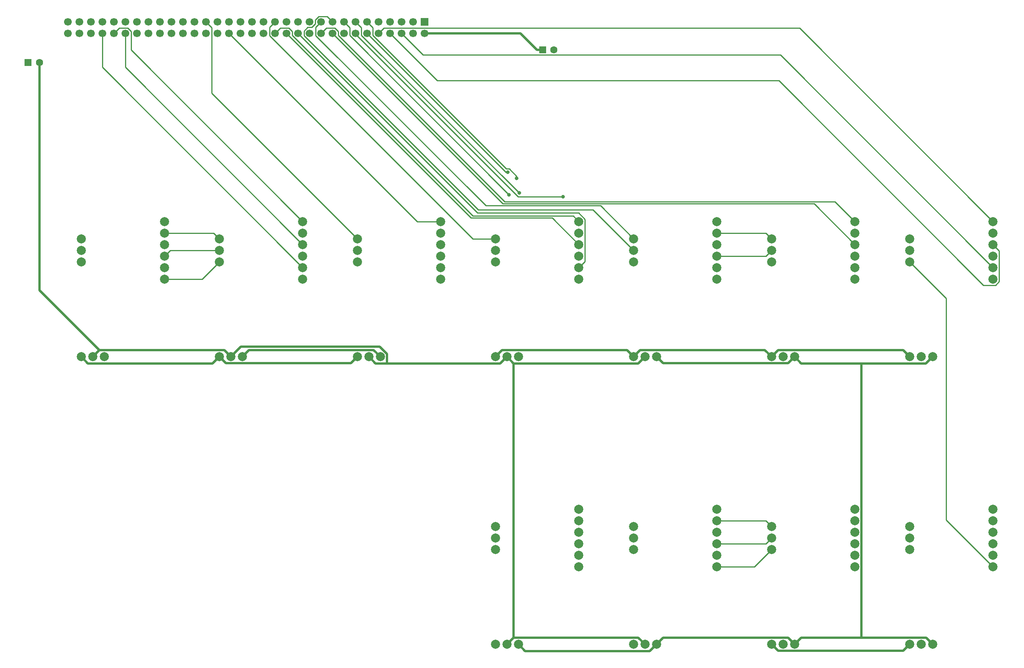
<source format=gbr>
G04 #@! TF.GenerationSoftware,KiCad,Pcbnew,(5.0.0)*
G04 #@! TF.CreationDate,2019-11-08T18:27:29+00:00*
G04 #@! TF.ProjectId,A-FS,412D46532E6B696361645F7063620000,rev?*
G04 #@! TF.SameCoordinates,Original*
G04 #@! TF.FileFunction,Copper,L1,Top,Signal*
G04 #@! TF.FilePolarity,Positive*
%FSLAX46Y46*%
G04 Gerber Fmt 4.6, Leading zero omitted, Abs format (unit mm)*
G04 Created by KiCad (PCBNEW (5.0.0)) date 11/08/19 18:27:29*
%MOMM*%
%LPD*%
G01*
G04 APERTURE LIST*
G04 #@! TA.AperFunction,ComponentPad*
%ADD10C,2.000000*%
G04 #@! TD*
G04 #@! TA.AperFunction,ComponentPad*
%ADD11C,1.600000*%
G04 #@! TD*
G04 #@! TA.AperFunction,ComponentPad*
%ADD12R,1.600000X1.600000*%
G04 #@! TD*
G04 #@! TA.AperFunction,ComponentPad*
%ADD13C,1.700000*%
G04 #@! TD*
G04 #@! TA.AperFunction,ComponentPad*
%ADD14R,1.700000X1.700000*%
G04 #@! TD*
G04 #@! TA.AperFunction,ViaPad*
%ADD15C,0.800000*%
G04 #@! TD*
G04 #@! TA.AperFunction,Conductor*
%ADD16C,0.500000*%
G04 #@! TD*
G04 #@! TA.AperFunction,Conductor*
%ADD17C,0.250000*%
G04 #@! TD*
G04 APERTURE END LIST*
D10*
G04 #@! TO.P,U8,13*
G04 #@! TO.N,Net-(U1-Pad5)*
X225425000Y-78740000D03*
G04 #@! TO.P,U8,12*
G04 #@! TO.N,Net-(U1-Pad3)*
X225425000Y-81280000D03*
G04 #@! TO.P,U8,11*
G04 #@! TO.N,Net-(U1-Pad1)*
X225425000Y-83820000D03*
G04 #@! TO.P,U8,6*
G04 #@! TO.N,IR3*
X243840000Y-74930000D03*
G04 #@! TO.P,U8,5*
G04 #@! TO.N,N/C*
X243840000Y-77470000D03*
G04 #@! TO.P,U8,4*
G04 #@! TO.N,IR2*
X243840000Y-80010000D03*
G04 #@! TO.P,U8,3*
G04 #@! TO.N,N/C*
X243840000Y-82550000D03*
G04 #@! TO.P,U8,2*
G04 #@! TO.N,IR1*
X243840000Y-85090000D03*
G04 #@! TO.P,U8,1*
G04 #@! TO.N,N/C*
X243840000Y-87630000D03*
G04 #@! TO.P,U8,23*
G04 #@! TO.N,Neg6v*
X230505000Y-104775000D03*
G04 #@! TO.P,U8,22*
G04 #@! TO.N,GND*
X227965000Y-104775000D03*
G04 #@! TO.P,U8,21*
G04 #@! TO.N,6v*
X225425000Y-104775000D03*
G04 #@! TD*
G04 #@! TO.P,U1,13*
G04 #@! TO.N,IP'3*
X225425000Y-142240000D03*
G04 #@! TO.P,U1,12*
G04 #@! TO.N,IP'2*
X225425000Y-144780000D03*
G04 #@! TO.P,U1,11*
G04 #@! TO.N,IP'1*
X225425000Y-147320000D03*
G04 #@! TO.P,U1,6*
G04 #@! TO.N,N/C*
X243840000Y-138430000D03*
G04 #@! TO.P,U1,5*
G04 #@! TO.N,Net-(U1-Pad5)*
X243840000Y-140970000D03*
G04 #@! TO.P,U1,4*
G04 #@! TO.N,N/C*
X243840000Y-143510000D03*
G04 #@! TO.P,U1,3*
G04 #@! TO.N,Net-(U1-Pad3)*
X243840000Y-146050000D03*
G04 #@! TO.P,U1,2*
G04 #@! TO.N,N/C*
X243840000Y-148590000D03*
G04 #@! TO.P,U1,1*
G04 #@! TO.N,Net-(U1-Pad1)*
X243840000Y-151130000D03*
G04 #@! TO.P,U1,23*
G04 #@! TO.N,Neg6v*
X230505000Y-168275000D03*
G04 #@! TO.P,U1,22*
G04 #@! TO.N,GND*
X227965000Y-168275000D03*
G04 #@! TO.P,U1,21*
G04 #@! TO.N,6v*
X225425000Y-168275000D03*
G04 #@! TD*
G04 #@! TO.P,U12,13*
G04 #@! TO.N,W15*
X103505000Y-78740000D03*
G04 #@! TO.P,U12,12*
G04 #@! TO.N,N/C*
X103505000Y-81280000D03*
G04 #@! TO.P,U12,11*
X103505000Y-83820000D03*
G04 #@! TO.P,U12,6*
G04 #@! TO.N,~NG15~k*
X121920000Y-74930000D03*
G04 #@! TO.P,U12,5*
G04 #@! TO.N,N/C*
X121920000Y-77470000D03*
G04 #@! TO.P,U12,4*
X121920000Y-80010000D03*
G04 #@! TO.P,U12,3*
X121920000Y-82550000D03*
G04 #@! TO.P,U12,2*
X121920000Y-85090000D03*
G04 #@! TO.P,U12,1*
X121920000Y-87630000D03*
G04 #@! TO.P,U12,23*
G04 #@! TO.N,Neg6v*
X108585000Y-104775000D03*
G04 #@! TO.P,U12,22*
G04 #@! TO.N,GND*
X106045000Y-104775000D03*
G04 #@! TO.P,U12,21*
G04 #@! TO.N,6v*
X103505000Y-104775000D03*
G04 #@! TD*
G04 #@! TO.P,U11,13*
G04 #@! TO.N,W18*
X133985000Y-78740000D03*
G04 #@! TO.P,U11,12*
G04 #@! TO.N,W14*
X133985000Y-81280000D03*
G04 #@! TO.P,U11,11*
G04 #@! TO.N,W16*
X133985000Y-83820000D03*
G04 #@! TO.P,U11,6*
G04 #@! TO.N,~NG18~k*
X152400000Y-74930000D03*
G04 #@! TO.P,U11,5*
G04 #@! TO.N,N/C*
X152400000Y-77470000D03*
G04 #@! TO.P,U11,4*
G04 #@! TO.N,~NG14~k*
X152400000Y-80010000D03*
G04 #@! TO.P,U11,3*
G04 #@! TO.N,N/C*
X152400000Y-82550000D03*
G04 #@! TO.P,U11,2*
G04 #@! TO.N,~NG16~k*
X152400000Y-85090000D03*
G04 #@! TO.P,U11,1*
G04 #@! TO.N,N/C*
X152400000Y-87630000D03*
G04 #@! TO.P,U11,23*
G04 #@! TO.N,Neg6v*
X139065000Y-104775000D03*
G04 #@! TO.P,U11,22*
G04 #@! TO.N,GND*
X136525000Y-104775000D03*
G04 #@! TO.P,U11,21*
G04 #@! TO.N,6v*
X133985000Y-104775000D03*
G04 #@! TD*
G04 #@! TO.P,U14,13*
G04 #@! TO.N,INT2*
X42545000Y-78740000D03*
G04 #@! TO.P,U14,12*
G04 #@! TO.N,INT1*
X42545000Y-81280000D03*
G04 #@! TO.P,U14,11*
G04 #@! TO.N,INT3*
X42545000Y-83820000D03*
G04 #@! TO.P,U14,6*
G04 #@! TO.N,N/C*
X60960000Y-74930000D03*
G04 #@! TO.P,U14,5*
G04 #@! TO.N,Net-(U13-Pad13)*
X60960000Y-77470000D03*
G04 #@! TO.P,U14,4*
G04 #@! TO.N,N/C*
X60960000Y-80010000D03*
G04 #@! TO.P,U14,3*
G04 #@! TO.N,Net-(U13-Pad12)*
X60960000Y-82550000D03*
G04 #@! TO.P,U14,2*
G04 #@! TO.N,N/C*
X60960000Y-85090000D03*
G04 #@! TO.P,U14,1*
G04 #@! TO.N,Net-(U13-Pad11)*
X60960000Y-87630000D03*
G04 #@! TO.P,U14,23*
G04 #@! TO.N,Neg6v*
X47625000Y-104775000D03*
G04 #@! TO.P,U14,22*
G04 #@! TO.N,GND*
X45085000Y-104775000D03*
G04 #@! TO.P,U14,21*
G04 #@! TO.N,6v*
X42545000Y-104775000D03*
G04 #@! TD*
G04 #@! TO.P,U13,13*
G04 #@! TO.N,Net-(U13-Pad13)*
X73025000Y-78740000D03*
G04 #@! TO.P,U13,12*
G04 #@! TO.N,Net-(U13-Pad12)*
X73025000Y-81280000D03*
G04 #@! TO.P,U13,11*
G04 #@! TO.N,Net-(U13-Pad11)*
X73025000Y-83820000D03*
G04 #@! TO.P,U13,6*
G04 #@! TO.N,PI2*
X91440000Y-74930000D03*
G04 #@! TO.P,U13,5*
G04 #@! TO.N,N/C*
X91440000Y-77470000D03*
G04 #@! TO.P,U13,4*
G04 #@! TO.N,PI1*
X91440000Y-80010000D03*
G04 #@! TO.P,U13,3*
G04 #@! TO.N,N/C*
X91440000Y-82550000D03*
G04 #@! TO.P,U13,2*
G04 #@! TO.N,PI3*
X91440000Y-85090000D03*
G04 #@! TO.P,U13,1*
G04 #@! TO.N,N/C*
X91440000Y-87630000D03*
G04 #@! TO.P,U13,23*
G04 #@! TO.N,Neg6v*
X78105000Y-104775000D03*
G04 #@! TO.P,U13,22*
G04 #@! TO.N,GND*
X75565000Y-104775000D03*
G04 #@! TO.P,U13,21*
G04 #@! TO.N,6v*
X73025000Y-104775000D03*
G04 #@! TD*
G04 #@! TO.P,U2,13*
G04 #@! TO.N,Net-(U2-Pad13)*
X194945000Y-142240000D03*
G04 #@! TO.P,U2,12*
G04 #@! TO.N,Net-(U2-Pad12)*
X194945000Y-144780000D03*
G04 #@! TO.P,U2,11*
G04 #@! TO.N,Net-(U2-Pad11)*
X194945000Y-147320000D03*
G04 #@! TO.P,U2,6*
G04 #@! TO.N,IR7*
X213360000Y-138430000D03*
G04 #@! TO.P,U2,5*
G04 #@! TO.N,N/C*
X213360000Y-140970000D03*
G04 #@! TO.P,U2,4*
G04 #@! TO.N,IR6*
X213360000Y-143510000D03*
G04 #@! TO.P,U2,3*
G04 #@! TO.N,N/C*
X213360000Y-146050000D03*
G04 #@! TO.P,U2,2*
G04 #@! TO.N,IR4*
X213360000Y-148590000D03*
G04 #@! TO.P,U2,1*
G04 #@! TO.N,N/C*
X213360000Y-151130000D03*
G04 #@! TO.P,U2,23*
G04 #@! TO.N,Neg6v*
X200025000Y-168275000D03*
G04 #@! TO.P,U2,22*
G04 #@! TO.N,GND*
X197485000Y-168275000D03*
G04 #@! TO.P,U2,21*
G04 #@! TO.N,6v*
X194945000Y-168275000D03*
G04 #@! TD*
G04 #@! TO.P,U3,13*
G04 #@! TO.N,IP'7*
X164465000Y-142240000D03*
G04 #@! TO.P,U3,12*
G04 #@! TO.N,IP'6*
X164465000Y-144780000D03*
G04 #@! TO.P,U3,11*
G04 #@! TO.N,IP'4*
X164465000Y-147320000D03*
G04 #@! TO.P,U3,6*
G04 #@! TO.N,N/C*
X182880000Y-138430000D03*
G04 #@! TO.P,U3,5*
G04 #@! TO.N,Net-(U2-Pad13)*
X182880000Y-140970000D03*
G04 #@! TO.P,U3,4*
G04 #@! TO.N,N/C*
X182880000Y-143510000D03*
G04 #@! TO.P,U3,3*
G04 #@! TO.N,Net-(U2-Pad12)*
X182880000Y-146050000D03*
G04 #@! TO.P,U3,2*
G04 #@! TO.N,N/C*
X182880000Y-148590000D03*
G04 #@! TO.P,U3,1*
G04 #@! TO.N,Net-(U2-Pad11)*
X182880000Y-151130000D03*
G04 #@! TO.P,U3,23*
G04 #@! TO.N,Neg6v*
X169545000Y-168275000D03*
G04 #@! TO.P,U3,22*
G04 #@! TO.N,GND*
X167005000Y-168275000D03*
G04 #@! TO.P,U3,21*
G04 #@! TO.N,6v*
X164465000Y-168275000D03*
G04 #@! TD*
G04 #@! TO.P,U4,13*
G04 #@! TO.N,W4*
X133985000Y-142240000D03*
G04 #@! TO.P,U4,12*
G04 #@! TO.N,W3*
X133985000Y-144780000D03*
G04 #@! TO.P,U4,11*
G04 #@! TO.N,W2*
X133985000Y-147320000D03*
G04 #@! TO.P,U4,6*
G04 #@! TO.N,~NG4~k*
X152400000Y-138430000D03*
G04 #@! TO.P,U4,5*
G04 #@! TO.N,N/C*
X152400000Y-140970000D03*
G04 #@! TO.P,U4,4*
G04 #@! TO.N,~NG3~k*
X152400000Y-143510000D03*
G04 #@! TO.P,U4,3*
G04 #@! TO.N,N/C*
X152400000Y-146050000D03*
G04 #@! TO.P,U4,2*
G04 #@! TO.N,~NG2~k*
X152400000Y-148590000D03*
G04 #@! TO.P,U4,1*
G04 #@! TO.N,N/C*
X152400000Y-151130000D03*
G04 #@! TO.P,U4,23*
G04 #@! TO.N,Neg6v*
X139065000Y-168275000D03*
G04 #@! TO.P,U4,22*
G04 #@! TO.N,GND*
X136525000Y-168275000D03*
G04 #@! TO.P,U4,21*
G04 #@! TO.N,6v*
X133985000Y-168275000D03*
G04 #@! TD*
G04 #@! TO.P,U9,13*
G04 #@! TO.N,Net-(U10-Pad5)*
X194945000Y-78740000D03*
G04 #@! TO.P,U9,12*
G04 #@! TO.N,Net-(U10-Pad3)*
X194945000Y-81280000D03*
G04 #@! TO.P,U9,11*
G04 #@! TO.N,N/C*
X194945000Y-83820000D03*
G04 #@! TO.P,U9,6*
G04 #@! TO.N,IR5*
X213360000Y-74930000D03*
G04 #@! TO.P,U9,5*
G04 #@! TO.N,N/C*
X213360000Y-77470000D03*
G04 #@! TO.P,U9,4*
G04 #@! TO.N,IR8*
X213360000Y-80010000D03*
G04 #@! TO.P,U9,3*
G04 #@! TO.N,N/C*
X213360000Y-82550000D03*
G04 #@! TO.P,U9,2*
X213360000Y-85090000D03*
G04 #@! TO.P,U9,1*
X213360000Y-87630000D03*
G04 #@! TO.P,U9,23*
G04 #@! TO.N,Neg6v*
X200025000Y-104775000D03*
G04 #@! TO.P,U9,22*
G04 #@! TO.N,GND*
X197485000Y-104775000D03*
G04 #@! TO.P,U9,21*
G04 #@! TO.N,6v*
X194945000Y-104775000D03*
G04 #@! TD*
G04 #@! TO.P,U10,13*
G04 #@! TO.N,IP'5*
X164465000Y-78740000D03*
G04 #@! TO.P,U10,12*
G04 #@! TO.N,IP'8*
X164465000Y-81280000D03*
G04 #@! TO.P,U10,11*
G04 #@! TO.N,N/C*
X164465000Y-83820000D03*
G04 #@! TO.P,U10,6*
X182880000Y-74930000D03*
G04 #@! TO.P,U10,5*
G04 #@! TO.N,Net-(U10-Pad5)*
X182880000Y-77470000D03*
G04 #@! TO.P,U10,4*
G04 #@! TO.N,~A~1*
X182880000Y-80010000D03*
G04 #@! TO.P,U10,3*
G04 #@! TO.N,Net-(U10-Pad3)*
X182880000Y-82550000D03*
G04 #@! TO.P,U10,2*
G04 #@! TO.N,N/C*
X182880000Y-85090000D03*
G04 #@! TO.P,U10,1*
X182880000Y-87630000D03*
G04 #@! TO.P,U10,23*
G04 #@! TO.N,Neg6v*
X169545000Y-104775000D03*
G04 #@! TO.P,U10,22*
G04 #@! TO.N,GND*
X167005000Y-104775000D03*
G04 #@! TO.P,U10,21*
G04 #@! TO.N,6v*
X164465000Y-104775000D03*
G04 #@! TD*
D11*
G04 #@! TO.P,C1,2*
G04 #@! TO.N,Neg6v*
X146900000Y-37000000D03*
D12*
G04 #@! TO.P,C1,1*
G04 #@! TO.N,GND*
X144400000Y-37000000D03*
G04 #@! TD*
D11*
G04 #@! TO.P,C2,2*
G04 #@! TO.N,GND*
X33300000Y-39800000D03*
D12*
G04 #@! TO.P,C2,1*
G04 #@! TO.N,6v*
X30800000Y-39800000D03*
G04 #@! TD*
D13*
G04 #@! TO.P,J1,AL*
G04 #@! TO.N,GND*
X39605000Y-33401000D03*
G04 #@! TO.P,J1,32*
X39605000Y-30861000D03*
G04 #@! TO.P,J1,AK*
G04 #@! TO.N,Neg6v*
X42145000Y-33401000D03*
G04 #@! TO.P,J1,31*
X42145000Y-30861000D03*
G04 #@! TO.P,J1,AJ*
G04 #@! TO.N,~A~1*
X44685000Y-33401000D03*
G04 #@! TO.P,J1,30*
G04 #@! TO.N,N/C*
X44685000Y-30861000D03*
G04 #@! TO.P,J1,AH*
G04 #@! TO.N,PI3*
X47225000Y-33401000D03*
G04 #@! TO.P,J1,29*
G04 #@! TO.N,INT3*
X47225000Y-30861000D03*
G04 #@! TO.P,J1,AF*
G04 #@! TO.N,PI2*
X49765000Y-33401000D03*
G04 #@! TO.P,J1,28*
G04 #@! TO.N,INT2*
X49765000Y-30861000D03*
G04 #@! TO.P,J1,AE*
G04 #@! TO.N,PI1*
X52305000Y-33401000D03*
G04 #@! TO.P,J1,27*
G04 #@! TO.N,INT1*
X52305000Y-30861000D03*
G04 #@! TO.P,J1,AD*
G04 #@! TO.N,N/C*
X54845000Y-33401000D03*
G04 #@! TO.P,J1,26*
X54845000Y-30861000D03*
G04 #@! TO.P,J1,AC*
X57385000Y-33401000D03*
G04 #@! TO.P,J1,25*
X57385000Y-30861000D03*
G04 #@! TO.P,J1,AB*
X59925000Y-33401000D03*
G04 #@! TO.P,J1,24*
X59925000Y-30861000D03*
G04 #@! TO.P,J1,AA*
X62465000Y-33401000D03*
G04 #@! TO.P,J1,23*
X62465000Y-30861000D03*
G04 #@! TO.P,J1,Z*
X65005000Y-33401000D03*
G04 #@! TO.P,J1,22*
X65005000Y-30861000D03*
G04 #@! TO.P,J1,Y*
X67545000Y-33401000D03*
G04 #@! TO.P,J1,21*
X67545000Y-30861000D03*
G04 #@! TO.P,J1,X*
X70085000Y-33401000D03*
G04 #@! TO.P,J1,20*
G04 #@! TO.N,W15*
X70085000Y-30861000D03*
G04 #@! TO.P,J1,W*
G04 #@! TO.N,N/C*
X72625000Y-33401000D03*
G04 #@! TO.P,J1,19*
X72625000Y-30861000D03*
G04 #@! TO.P,J1,V*
G04 #@! TO.N,~NG15~k*
X75165000Y-33401000D03*
G04 #@! TO.P,J1,18*
G04 #@! TO.N,N/C*
X75165000Y-30861000D03*
G04 #@! TO.P,J1,U*
G04 #@! TO.N,~NG2~k*
X77705000Y-33401000D03*
G04 #@! TO.P,J1,17*
G04 #@! TO.N,W4*
X77705000Y-30861000D03*
G04 #@! TO.P,J1,T*
G04 #@! TO.N,~NG3~k*
X80245000Y-33401000D03*
G04 #@! TO.P,J1,16*
G04 #@! TO.N,W3*
X80245000Y-30861000D03*
G04 #@! TO.P,J1,S*
G04 #@! TO.N,~NG4~k*
X82785000Y-33401000D03*
G04 #@! TO.P,J1,15*
G04 #@! TO.N,W2*
X82785000Y-30861000D03*
G04 #@! TO.P,J1,R*
G04 #@! TO.N,~NG18~k*
X85325000Y-33401000D03*
G04 #@! TO.P,J1,14*
G04 #@! TO.N,W18*
X85325000Y-30861000D03*
G04 #@! TO.P,J1,P*
G04 #@! TO.N,~NG14~k*
X87865000Y-33401000D03*
G04 #@! TO.P,J1,13*
G04 #@! TO.N,W14*
X87865000Y-30861000D03*
G04 #@! TO.P,J1,N*
G04 #@! TO.N,~NG16~k*
X90405000Y-33401000D03*
G04 #@! TO.P,J1,12*
G04 #@! TO.N,W16*
X90405000Y-30861000D03*
G04 #@! TO.P,J1,M*
G04 #@! TO.N,N/C*
X92945000Y-33401000D03*
G04 #@! TO.P,J1,11*
X92945000Y-30861000D03*
G04 #@! TO.P,J1,L*
G04 #@! TO.N,IR5*
X95485000Y-33401000D03*
G04 #@! TO.P,J1,10*
G04 #@! TO.N,IP'5*
X95485000Y-30861000D03*
G04 #@! TO.P,J1,K*
G04 #@! TO.N,IR8*
X98025000Y-33401000D03*
G04 #@! TO.P,J1,9*
G04 #@! TO.N,IP'8*
X98025000Y-30861000D03*
G04 #@! TO.P,J1,J*
G04 #@! TO.N,IR7*
X100565000Y-33401000D03*
G04 #@! TO.P,J1,8*
G04 #@! TO.N,IP'7*
X100565000Y-30861000D03*
G04 #@! TO.P,J1,H*
G04 #@! TO.N,IR6*
X103105000Y-33401000D03*
G04 #@! TO.P,J1,7*
G04 #@! TO.N,IP'6*
X103105000Y-30861000D03*
G04 #@! TO.P,J1,F*
G04 #@! TO.N,IR4*
X105645000Y-33401000D03*
G04 #@! TO.P,J1,6*
G04 #@! TO.N,IP'4*
X105645000Y-30861000D03*
G04 #@! TO.P,J1,E*
G04 #@! TO.N,IR3*
X108185000Y-33401000D03*
G04 #@! TO.P,J1,5*
G04 #@! TO.N,IP'3*
X108185000Y-30861000D03*
G04 #@! TO.P,J1,D*
G04 #@! TO.N,IR2*
X110725000Y-33401000D03*
G04 #@! TO.P,J1,4*
G04 #@! TO.N,IP'2*
X110725000Y-30861000D03*
G04 #@! TO.P,J1,C*
G04 #@! TO.N,IR1*
X113265000Y-33401000D03*
G04 #@! TO.P,J1,3*
G04 #@! TO.N,IP'1*
X113265000Y-30861000D03*
G04 #@! TO.P,J1,B*
G04 #@! TO.N,6v*
X115805000Y-33401000D03*
G04 #@! TO.P,J1,2*
X115805000Y-30861000D03*
G04 #@! TO.P,J1,A*
G04 #@! TO.N,GND*
X118345000Y-33401000D03*
D14*
G04 #@! TO.P,J1,1*
X118345000Y-30861000D03*
G04 #@! TD*
D15*
G04 #@! TO.N,IP'7*
X137006700Y-68996100D03*
G04 #@! TO.N,IR6*
X148877700Y-69491700D03*
G04 #@! TO.N,IP'6*
X139248100Y-68639300D03*
G04 #@! TO.N,IR4*
X136733300Y-64037300D03*
G04 #@! TO.N,IP'4*
X138695700Y-65373300D03*
G04 #@! TD*
D16*
G04 #@! TO.N,6v*
X103505000Y-104775000D02*
X102054600Y-106225400D01*
X102054600Y-106225400D02*
X74475400Y-106225400D01*
X74475400Y-106225400D02*
X73025000Y-104775000D01*
X73025000Y-104775000D02*
X71546900Y-106253100D01*
X71546900Y-106253100D02*
X44023100Y-106253100D01*
X44023100Y-106253100D02*
X42545000Y-104775000D01*
X194945000Y-104775000D02*
X193477900Y-103307900D01*
X193477900Y-103307900D02*
X165932100Y-103307900D01*
X165932100Y-103307900D02*
X164465000Y-104775000D01*
X133985000Y-104775000D02*
X135435400Y-103324600D01*
X135435400Y-103324600D02*
X163014600Y-103324600D01*
X163014600Y-103324600D02*
X164465000Y-104775000D01*
X225425000Y-104775000D02*
X223971300Y-103321300D01*
X223971300Y-103321300D02*
X196398700Y-103321300D01*
X196398700Y-103321300D02*
X194945000Y-104775000D01*
X194945000Y-168275000D02*
X196398600Y-169728600D01*
X196398600Y-169728600D02*
X223971400Y-169728600D01*
X223971400Y-169728600D02*
X225425000Y-168275000D01*
G04 #@! TO.N,Neg6v*
X169545000Y-168275000D02*
X168073600Y-169746400D01*
X168073600Y-169746400D02*
X140536400Y-169746400D01*
X140536400Y-169746400D02*
X139065000Y-168275000D01*
X200025000Y-168275000D02*
X198574600Y-166824600D01*
X198574600Y-166824600D02*
X170995400Y-166824600D01*
X170995400Y-166824600D02*
X169545000Y-168275000D01*
X214811000Y-166823400D02*
X201476600Y-166823400D01*
X201476600Y-166823400D02*
X200025000Y-168275000D01*
X214811000Y-106250000D02*
X201500000Y-106250000D01*
X201500000Y-106250000D02*
X200025000Y-104775000D01*
X200025000Y-104775000D02*
X198574600Y-106225400D01*
X198574600Y-106225400D02*
X170995400Y-106225400D01*
X170995400Y-106225400D02*
X169545000Y-104775000D01*
X230505000Y-104775000D02*
X229030000Y-106250000D01*
X229030000Y-106250000D02*
X214811000Y-106250000D01*
X214811000Y-166823400D02*
X214811000Y-106250000D01*
X230505000Y-168275000D02*
X229053400Y-166823400D01*
X229053400Y-166823400D02*
X214811000Y-166823400D01*
X78105000Y-104775000D02*
X79593900Y-103286100D01*
X79593900Y-103286100D02*
X107096100Y-103286100D01*
X107096100Y-103286100D02*
X108585000Y-104775000D01*
G04 #@! TO.N,GND*
X110082200Y-106242500D02*
X107512500Y-106242500D01*
X107512500Y-106242500D02*
X106045000Y-104775000D01*
X136525000Y-104775000D02*
X135057500Y-106242500D01*
X135057500Y-106242500D02*
X110082200Y-106242500D01*
X75565000Y-104775000D02*
X77771400Y-102568600D01*
X77771400Y-102568600D02*
X108467100Y-102568600D01*
X108467100Y-102568600D02*
X110082200Y-104183700D01*
X110082200Y-104183700D02*
X110082200Y-106242500D01*
X46536400Y-103323600D02*
X74113600Y-103323600D01*
X74113600Y-103323600D02*
X75565000Y-104775000D01*
X136525000Y-104775000D02*
X138008200Y-106258200D01*
X144400000Y-37000000D02*
X143149700Y-37000000D01*
X118345000Y-33401000D02*
X139550700Y-33401000D01*
X139550700Y-33401000D02*
X143149700Y-37000000D01*
X138008200Y-166805400D02*
X165535400Y-166805400D01*
X165535400Y-166805400D02*
X167005000Y-168275000D01*
X136525000Y-168275000D02*
X137994600Y-166805400D01*
X137994600Y-166805400D02*
X138008200Y-166805400D01*
X138008200Y-106258200D02*
X138008200Y-166805400D01*
X138008200Y-106258200D02*
X165521800Y-106258200D01*
X165521800Y-106258200D02*
X167005000Y-104775000D01*
X46536400Y-103323600D02*
X45085000Y-104775000D01*
X33300000Y-39800000D02*
X33300000Y-90087200D01*
X33300000Y-90087200D02*
X46536400Y-103323600D01*
D17*
G04 #@! TO.N,PI3*
X47225000Y-33401000D02*
X47225000Y-40875000D01*
X47225000Y-40875000D02*
X91440000Y-85090000D01*
G04 #@! TO.N,PI2*
X49765000Y-33401000D02*
X50940400Y-32225600D01*
X50940400Y-32225600D02*
X52830600Y-32225600D01*
X52830600Y-32225600D02*
X53575000Y-32970000D01*
X53575000Y-32970000D02*
X53575000Y-37065000D01*
X53575000Y-37065000D02*
X91440000Y-74930000D01*
G04 #@! TO.N,PI1*
X52305000Y-33401000D02*
X52305000Y-40875000D01*
X52305000Y-40875000D02*
X91440000Y-80010000D01*
G04 #@! TO.N,W15*
X70085000Y-30861000D02*
X71355000Y-32131000D01*
X71355000Y-32131000D02*
X71355000Y-46590000D01*
X71355000Y-46590000D02*
X103505000Y-78740000D01*
G04 #@! TO.N,~NG15~k*
X75165000Y-33401000D02*
X116694000Y-74930000D01*
X116694000Y-74930000D02*
X121920000Y-74930000D01*
G04 #@! TO.N,~NG18~k*
X152400000Y-74930000D02*
X151164300Y-73694300D01*
X151164300Y-73694300D02*
X129033800Y-73694300D01*
X129033800Y-73694300D02*
X89135000Y-33795500D01*
X89135000Y-33795500D02*
X89135000Y-32970000D01*
X89135000Y-32970000D02*
X88390600Y-32225600D01*
X88390600Y-32225600D02*
X86500400Y-32225600D01*
X86500400Y-32225600D02*
X85325000Y-33401000D01*
G04 #@! TO.N,W18*
X85325000Y-30861000D02*
X84142500Y-32043500D01*
X84142500Y-32043500D02*
X84142500Y-33890900D01*
X84142500Y-33890900D02*
X128991600Y-78740000D01*
X128991600Y-78740000D02*
X133985000Y-78740000D01*
G04 #@! TO.N,~NG14~k*
X87865000Y-33401000D02*
X128608700Y-74144700D01*
X128608700Y-74144700D02*
X146534700Y-74144700D01*
X146534700Y-74144700D02*
X152400000Y-80010000D01*
G04 #@! TO.N,~NG16~k*
X90405000Y-33401000D02*
X130043900Y-73039900D01*
X130043900Y-73039900D02*
X152391200Y-73039900D01*
X152391200Y-73039900D02*
X153768900Y-74417600D01*
X153768900Y-74417600D02*
X153768900Y-83721100D01*
X153768900Y-83721100D02*
X152400000Y-85090000D01*
G04 #@! TO.N,IR5*
X213360000Y-74930000D02*
X208972200Y-70542200D01*
X208972200Y-70542200D02*
X136022500Y-70542200D01*
X136022500Y-70542200D02*
X99295000Y-33814700D01*
X99295000Y-33814700D02*
X99295000Y-32970000D01*
X99295000Y-32970000D02*
X98550600Y-32225600D01*
X98550600Y-32225600D02*
X96660400Y-32225600D01*
X96660400Y-32225600D02*
X95485000Y-33401000D01*
G04 #@! TO.N,IP'5*
X164465000Y-78740000D02*
X157167800Y-71442800D01*
X157167800Y-71442800D02*
X131861600Y-71442800D01*
X131861600Y-71442800D02*
X94308000Y-33889200D01*
X94308000Y-33889200D02*
X94308000Y-32038000D01*
X94308000Y-32038000D02*
X95485000Y-30861000D01*
G04 #@! TO.N,IR8*
X213360000Y-80010000D02*
X204342500Y-70992500D01*
X204342500Y-70992500D02*
X135616500Y-70992500D01*
X135616500Y-70992500D02*
X98025000Y-33401000D01*
G04 #@! TO.N,IP'8*
X164465000Y-81280000D02*
X155528400Y-72343400D01*
X155528400Y-72343400D02*
X130221000Y-72343400D01*
X130221000Y-72343400D02*
X91729900Y-33852300D01*
X91729900Y-33852300D02*
X91729900Y-32860700D01*
X91729900Y-32860700D02*
X92552700Y-32037900D01*
X92552700Y-32037900D02*
X93484700Y-32037900D01*
X93484700Y-32037900D02*
X94215000Y-31307600D01*
X94215000Y-31307600D02*
X94215000Y-30440300D01*
X94215000Y-30440300D02*
X94995300Y-29660000D01*
X94995300Y-29660000D02*
X96824000Y-29660000D01*
X96824000Y-29660000D02*
X98025000Y-30861000D01*
G04 #@! TO.N,IP'7*
X100565000Y-30861000D02*
X101835000Y-32131000D01*
X101835000Y-32131000D02*
X101835000Y-33824400D01*
X101835000Y-33824400D02*
X137006700Y-68996100D01*
G04 #@! TO.N,IR6*
X103105000Y-33401000D02*
X103105000Y-33593800D01*
X103105000Y-33593800D02*
X139002900Y-69491700D01*
X139002900Y-69491700D02*
X148877700Y-69491700D01*
G04 #@! TO.N,IP'6*
X103105000Y-30861000D02*
X104375000Y-32131000D01*
X104375000Y-32131000D02*
X104375000Y-33796700D01*
X104375000Y-33796700D02*
X139217600Y-68639300D01*
X139217600Y-68639300D02*
X139248100Y-68639300D01*
G04 #@! TO.N,IR4*
X105645000Y-33401000D02*
X136281300Y-64037300D01*
X136281300Y-64037300D02*
X136733300Y-64037300D01*
G04 #@! TO.N,IP'4*
X138695700Y-65373300D02*
X138695700Y-64973900D01*
X138695700Y-64973900D02*
X137033800Y-63312000D01*
X137033800Y-63312000D02*
X136407000Y-63312000D01*
X136407000Y-63312000D02*
X106915000Y-33820000D01*
X106915000Y-33820000D02*
X106915000Y-32131000D01*
X106915000Y-32131000D02*
X105645000Y-30861000D01*
G04 #@! TO.N,IR3*
X108185000Y-33401000D02*
X109371700Y-32214300D01*
X109371700Y-32214300D02*
X201124300Y-32214300D01*
X201124300Y-32214300D02*
X243840000Y-74930000D01*
G04 #@! TO.N,IR2*
X110725000Y-33401000D02*
X121125900Y-43801900D01*
X121125900Y-43801900D02*
X196575600Y-43801900D01*
X196575600Y-43801900D02*
X241742700Y-88969000D01*
X241742700Y-88969000D02*
X244375600Y-88969000D01*
X244375600Y-88969000D02*
X245209000Y-88135600D01*
X245209000Y-88135600D02*
X245209000Y-81379000D01*
X245209000Y-81379000D02*
X243840000Y-80010000D01*
G04 #@! TO.N,IR1*
X113265000Y-33401000D02*
X117989400Y-38125400D01*
X117989400Y-38125400D02*
X196875400Y-38125400D01*
X196875400Y-38125400D02*
X243840000Y-85090000D01*
G04 #@! TO.N,Net-(U1-Pad1)*
X243840000Y-151130000D02*
X233495300Y-140785300D01*
X233495300Y-140785300D02*
X233495300Y-91890300D01*
X233495300Y-91890300D02*
X225425000Y-83820000D01*
G04 #@! TO.N,Net-(U2-Pad13)*
X182880000Y-140970000D02*
X193675000Y-140970000D01*
X193675000Y-140970000D02*
X194945000Y-142240000D01*
G04 #@! TO.N,Net-(U2-Pad12)*
X182880000Y-146050000D02*
X193675000Y-146050000D01*
X193675000Y-146050000D02*
X194945000Y-144780000D01*
G04 #@! TO.N,Net-(U2-Pad11)*
X182880000Y-151130000D02*
X191135000Y-151130000D01*
X191135000Y-151130000D02*
X194945000Y-147320000D01*
G04 #@! TO.N,Net-(U10-Pad5)*
X182880000Y-77470000D02*
X193675000Y-77470000D01*
X193675000Y-77470000D02*
X194945000Y-78740000D01*
G04 #@! TO.N,Net-(U10-Pad3)*
X182880000Y-82550000D02*
X193675000Y-82550000D01*
X193675000Y-82550000D02*
X194945000Y-81280000D01*
G04 #@! TO.N,Net-(U13-Pad13)*
X73025000Y-78740000D02*
X71755000Y-77470000D01*
X71755000Y-77470000D02*
X60960000Y-77470000D01*
G04 #@! TO.N,Net-(U13-Pad12)*
X73025000Y-81280000D02*
X62230000Y-81280000D01*
X62230000Y-81280000D02*
X60960000Y-82550000D01*
G04 #@! TO.N,Net-(U13-Pad11)*
X73025000Y-83820000D02*
X69215000Y-87630000D01*
X69215000Y-87630000D02*
X60960000Y-87630000D01*
G04 #@! TD*
M02*

</source>
